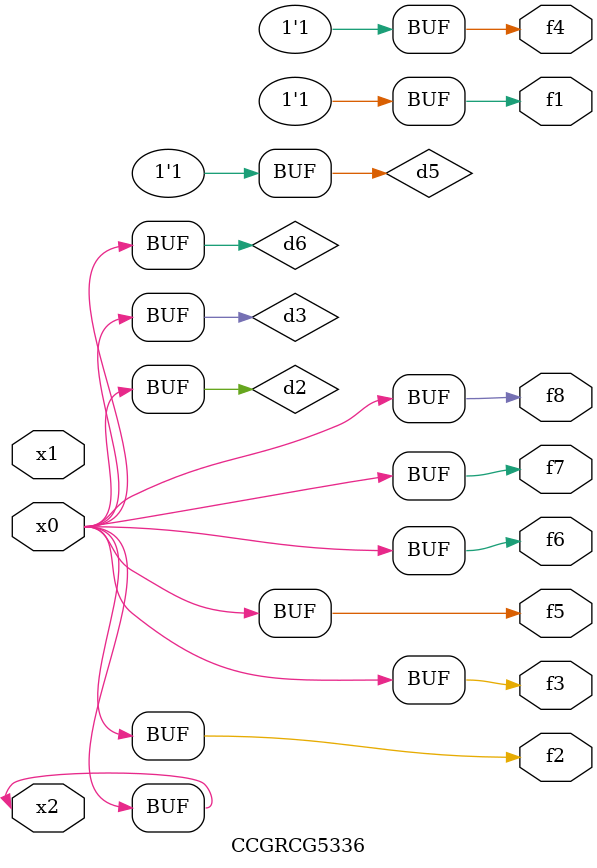
<source format=v>
module CCGRCG5336(
	input x0, x1, x2,
	output f1, f2, f3, f4, f5, f6, f7, f8
);

	wire d1, d2, d3, d4, d5, d6;

	xnor (d1, x2);
	buf (d2, x0, x2);
	and (d3, x0);
	xnor (d4, x1, x2);
	nand (d5, d1, d3);
	buf (d6, d2, d3);
	assign f1 = d5;
	assign f2 = d6;
	assign f3 = d6;
	assign f4 = d5;
	assign f5 = d6;
	assign f6 = d6;
	assign f7 = d6;
	assign f8 = d6;
endmodule

</source>
